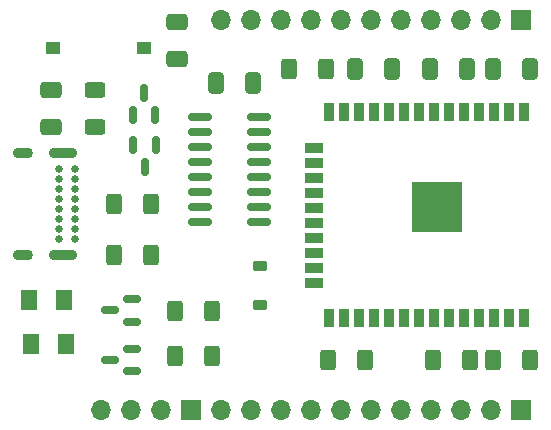
<source format=gts>
G04 #@! TF.GenerationSoftware,KiCad,Pcbnew,7.0.5-0*
G04 #@! TF.CreationDate,2024-02-05T02:45:17-05:00*
G04 #@! TF.ProjectId,keystone-esp,6b657973-746f-46e6-952d-6573702e6b69,rev?*
G04 #@! TF.SameCoordinates,Original*
G04 #@! TF.FileFunction,Soldermask,Top*
G04 #@! TF.FilePolarity,Negative*
%FSLAX46Y46*%
G04 Gerber Fmt 4.6, Leading zero omitted, Abs format (unit mm)*
G04 Created by KiCad (PCBNEW 7.0.5-0) date 2024-02-05 02:45:17*
%MOMM*%
%LPD*%
G01*
G04 APERTURE LIST*
G04 Aperture macros list*
%AMRoundRect*
0 Rectangle with rounded corners*
0 $1 Rounding radius*
0 $2 $3 $4 $5 $6 $7 $8 $9 X,Y pos of 4 corners*
0 Add a 4 corners polygon primitive as box body*
4,1,4,$2,$3,$4,$5,$6,$7,$8,$9,$2,$3,0*
0 Add four circle primitives for the rounded corners*
1,1,$1+$1,$2,$3*
1,1,$1+$1,$4,$5*
1,1,$1+$1,$6,$7*
1,1,$1+$1,$8,$9*
0 Add four rect primitives between the rounded corners*
20,1,$1+$1,$2,$3,$4,$5,0*
20,1,$1+$1,$4,$5,$6,$7,0*
20,1,$1+$1,$6,$7,$8,$9,0*
20,1,$1+$1,$8,$9,$2,$3,0*%
G04 Aperture macros list end*
%ADD10C,0.600000*%
%ADD11R,4.200000X4.200000*%
%ADD12R,0.900000X1.500000*%
%ADD13R,1.500000X0.900000*%
%ADD14RoundRect,0.225000X-0.375000X0.225000X-0.375000X-0.225000X0.375000X-0.225000X0.375000X0.225000X0*%
%ADD15R,1.700000X1.700000*%
%ADD16O,1.700000X1.700000*%
%ADD17RoundRect,0.250000X-0.400000X-0.625000X0.400000X-0.625000X0.400000X0.625000X-0.400000X0.625000X0*%
%ADD18RoundRect,0.250000X0.400000X0.625000X-0.400000X0.625000X-0.400000X-0.625000X0.400000X-0.625000X0*%
%ADD19R,1.250000X1.000000*%
%ADD20RoundRect,0.150000X0.825000X0.150000X-0.825000X0.150000X-0.825000X-0.150000X0.825000X-0.150000X0*%
%ADD21RoundRect,0.250000X0.625000X-0.400000X0.625000X0.400000X-0.625000X0.400000X-0.625000X-0.400000X0*%
%ADD22RoundRect,0.150000X0.587500X0.150000X-0.587500X0.150000X-0.587500X-0.150000X0.587500X-0.150000X0*%
%ADD23RoundRect,0.150000X0.150000X-0.587500X0.150000X0.587500X-0.150000X0.587500X-0.150000X-0.587500X0*%
%ADD24RoundRect,0.150000X-0.150000X0.587500X-0.150000X-0.587500X0.150000X-0.587500X0.150000X0.587500X0*%
%ADD25C,0.650000*%
%ADD26O,1.700000X0.900000*%
%ADD27O,2.400000X0.900000*%
%ADD28RoundRect,0.250001X0.462499X0.624999X-0.462499X0.624999X-0.462499X-0.624999X0.462499X-0.624999X0*%
%ADD29RoundRect,0.250000X0.650000X-0.412500X0.650000X0.412500X-0.650000X0.412500X-0.650000X-0.412500X0*%
%ADD30RoundRect,0.250000X-0.412500X-0.650000X0.412500X-0.650000X0.412500X0.650000X-0.412500X0.650000X0*%
%ADD31RoundRect,0.250000X0.412500X0.650000X-0.412500X0.650000X-0.412500X-0.650000X0.412500X-0.650000X0*%
G04 APERTURE END LIST*
D10*
G04 #@! TO.C,U2*
X214188500Y-94973000D03*
X212663500Y-96498000D03*
D11*
X213426000Y-94973000D03*
D10*
X213426000Y-94210500D03*
X213426000Y-95735500D03*
X212663500Y-94973000D03*
X214188500Y-96498000D03*
X214951000Y-94210500D03*
X211901000Y-94210500D03*
X212663500Y-93448000D03*
X214951000Y-95735500D03*
X211901000Y-95735500D03*
X214188500Y-93448000D03*
D12*
X220766000Y-104403000D03*
X219496000Y-104403000D03*
X218226000Y-104403000D03*
X216956000Y-104403000D03*
X215686000Y-104403000D03*
X214416000Y-104403000D03*
X213146000Y-104403000D03*
X211876000Y-104403000D03*
X210606000Y-104403000D03*
X209336000Y-104403000D03*
X208066000Y-104403000D03*
X206796000Y-104403000D03*
X205526000Y-104403000D03*
X204256000Y-104403000D03*
D13*
X203006000Y-101373000D03*
X203006000Y-100103000D03*
X203006000Y-98833000D03*
X203006000Y-97563000D03*
X203006000Y-96293000D03*
X203006000Y-95023000D03*
X203006000Y-93753000D03*
X203006000Y-92483000D03*
X203006000Y-91213000D03*
X203006000Y-89943000D03*
D12*
X204256000Y-86903000D03*
X205526000Y-86903000D03*
X206796000Y-86903000D03*
X208066000Y-86903000D03*
X209336000Y-86903000D03*
X210606000Y-86903000D03*
X211876000Y-86903000D03*
X213146000Y-86903000D03*
X214416000Y-86903000D03*
X215686000Y-86903000D03*
X216956000Y-86903000D03*
X218226000Y-86903000D03*
X219496000Y-86903000D03*
X220766000Y-86903000D03*
G04 #@! TD*
D14*
G04 #@! TO.C,D3*
X198374000Y-99950000D03*
X198374000Y-103250000D03*
G04 #@! TD*
D15*
G04 #@! TO.C,J7*
X192532000Y-112141000D03*
D16*
X189992000Y-112141000D03*
X187452000Y-112141000D03*
X184912000Y-112141000D03*
G04 #@! TD*
D17*
G04 #@! TO.C,R9*
X218160000Y-107950000D03*
X221260000Y-107950000D03*
G04 #@! TD*
D18*
G04 #@! TO.C,R8*
X216180000Y-107950000D03*
X213080000Y-107950000D03*
G04 #@! TD*
D19*
G04 #@! TO.C,SW1*
X180833800Y-81534000D03*
X188583800Y-81534000D03*
G04 #@! TD*
D20*
G04 #@! TO.C,U1*
X193359000Y-96266000D03*
X193359000Y-94996000D03*
X193359000Y-93726000D03*
X193359000Y-92456000D03*
X193359000Y-91186000D03*
X193359000Y-89916000D03*
X193359000Y-88646000D03*
X193359000Y-87376000D03*
X198309000Y-87376000D03*
X198309000Y-88646000D03*
X198309000Y-89916000D03*
X198309000Y-91186000D03*
X198309000Y-92456000D03*
X198309000Y-93726000D03*
X198309000Y-94996000D03*
X198309000Y-96266000D03*
G04 #@! TD*
D17*
G04 #@! TO.C,R7*
X194336000Y-107569000D03*
X191236000Y-107569000D03*
G04 #@! TD*
G04 #@! TO.C,R6*
X191236000Y-103759000D03*
X194336000Y-103759000D03*
G04 #@! TD*
D21*
G04 #@! TO.C,R5*
X184454800Y-88164000D03*
X184454800Y-85064000D03*
G04 #@! TD*
D17*
G04 #@! TO.C,R4*
X186029000Y-94742000D03*
X189129000Y-94742000D03*
G04 #@! TD*
G04 #@! TO.C,R3*
X186029000Y-99060000D03*
X189129000Y-99060000D03*
G04 #@! TD*
G04 #@! TO.C,R2*
X204190000Y-107950000D03*
X207290000Y-107950000D03*
G04 #@! TD*
G04 #@! TO.C,R1*
X200888000Y-83312000D03*
X203988000Y-83312000D03*
G04 #@! TD*
D22*
G04 #@! TO.C,Q4*
X187576700Y-108900000D03*
X187576700Y-107000000D03*
X185701700Y-107950000D03*
G04 #@! TD*
G04 #@! TO.C,Q3*
X187576700Y-104683600D03*
X187576700Y-102783600D03*
X185701700Y-103733600D03*
G04 #@! TD*
D23*
G04 #@! TO.C,Q2*
X187645000Y-87170500D03*
X189545000Y-87170500D03*
X188595000Y-85295500D03*
G04 #@! TD*
D24*
G04 #@! TO.C,Q1*
X189570400Y-89740500D03*
X187670400Y-89740500D03*
X188620400Y-91615500D03*
G04 #@! TD*
D15*
G04 #@! TO.C,J4*
X220472000Y-79121000D03*
D16*
X217932000Y-79121000D03*
X215392000Y-79121000D03*
X212852000Y-79121000D03*
X210312000Y-79121000D03*
X207772000Y-79121000D03*
X205232000Y-79121000D03*
X202692000Y-79121000D03*
X200152000Y-79121000D03*
X197612000Y-79121000D03*
X195072000Y-79121000D03*
G04 #@! TD*
D15*
G04 #@! TO.C,J2*
X220472000Y-112141000D03*
D16*
X217932000Y-112141000D03*
X215392000Y-112141000D03*
X212852000Y-112141000D03*
X210312000Y-112141000D03*
X207772000Y-112141000D03*
X205232000Y-112141000D03*
X202692000Y-112141000D03*
X200152000Y-112141000D03*
X197612000Y-112141000D03*
X195072000Y-112141000D03*
G04 #@! TD*
D25*
G04 #@! TO.C,J1*
X182706000Y-91723000D03*
X182706000Y-92573000D03*
X182706000Y-93423000D03*
X182706000Y-94273000D03*
X182706000Y-95123000D03*
X182706000Y-95973000D03*
X182706000Y-96823000D03*
X182706000Y-97673000D03*
X181356000Y-97673000D03*
X181356000Y-96823000D03*
X181356000Y-95973000D03*
X181356000Y-95123000D03*
X181356000Y-94273000D03*
X181356000Y-93423000D03*
X181356000Y-92573000D03*
X181356000Y-91723000D03*
D26*
X178346000Y-90373000D03*
X178346000Y-99023000D03*
D27*
X181726000Y-90373000D03*
X181726000Y-99023000D03*
G04 #@! TD*
D28*
G04 #@! TO.C,D2*
X181954500Y-106553000D03*
X178979500Y-106553000D03*
G04 #@! TD*
G04 #@! TO.C,D1*
X181827500Y-102870000D03*
X178852500Y-102870000D03*
G04 #@! TD*
D29*
G04 #@! TO.C,C6*
X180695600Y-85102300D03*
X180695600Y-88227300D03*
G04 #@! TD*
D30*
G04 #@! TO.C,C5*
X194652500Y-84455000D03*
X197777500Y-84455000D03*
G04 #@! TD*
D29*
G04 #@! TO.C,C4*
X191389000Y-82461500D03*
X191389000Y-79336500D03*
G04 #@! TD*
D31*
G04 #@! TO.C,C3*
X215938500Y-83312000D03*
X212813500Y-83312000D03*
G04 #@! TD*
D30*
G04 #@! TO.C,C2*
X218147500Y-83312000D03*
X221272500Y-83312000D03*
G04 #@! TD*
G04 #@! TO.C,C1*
X206463500Y-83312000D03*
X209588500Y-83312000D03*
G04 #@! TD*
M02*

</source>
